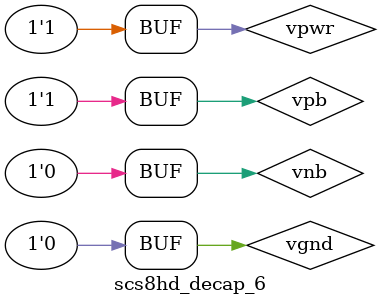
<source format=v>


`celldefine
`timescale 1ns / 1ps



module scs8hd_decap_6  (

`ifdef SC_USE_PG_PIN
input vpwr,
input vgnd,
input vpb,
input vnb
`endif

);

`ifdef functional
`else
`ifdef SC_USE_PG_PIN
`else
supply1 vpwr;
supply0 vgnd;
supply1 vpb;
supply0 vnb;
`endif
`endif


endmodule
`endcelldefine

</source>
